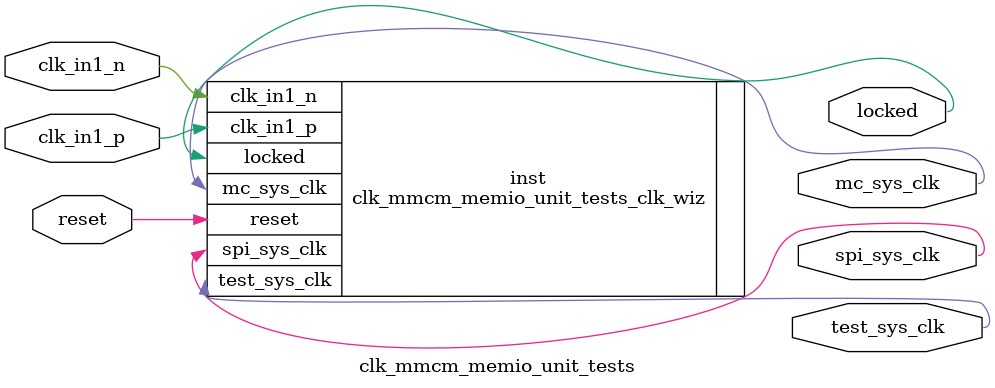
<source format=v>


`timescale 1ps/1ps

(* CORE_GENERATION_INFO = "clk_mmcm_memio_unit_tests,clk_wiz_v5_3_3_0,{component_name=clk_mmcm_memio_unit_tests,use_phase_alignment=true,use_min_o_jitter=false,use_max_i_jitter=false,use_dyn_phase_shift=false,use_inclk_switchover=false,use_dyn_reconfig=false,enable_axi=0,feedback_source=FDBK_AUTO,PRIMITIVE=MMCM,num_out_clk=3,clkin1_period=5.0,clkin2_period=10.0,use_power_down=false,use_reset=true,use_locked=true,use_inclk_stopped=false,feedback_type=SINGLE,CLOCK_MGR_TYPE=NA,manual_override=false}" *)

module clk_mmcm_memio_unit_tests 
 (
  // Clock out ports
  output        test_sys_clk,
  output        mc_sys_clk,
  output        spi_sys_clk,
  // Status and control signals
  input         reset,
  output        locked,
 // Clock in ports
  input         clk_in1_p,
  input         clk_in1_n
 );

  clk_mmcm_memio_unit_tests_clk_wiz inst
  (
  // Clock out ports  
  .test_sys_clk(test_sys_clk),
  .mc_sys_clk(mc_sys_clk),
  .spi_sys_clk(spi_sys_clk),
  // Status and control signals               
  .reset(reset), 
  .locked(locked),
 // Clock in ports
  .clk_in1_p(clk_in1_p),
  .clk_in1_n(clk_in1_n)
  );

endmodule

</source>
